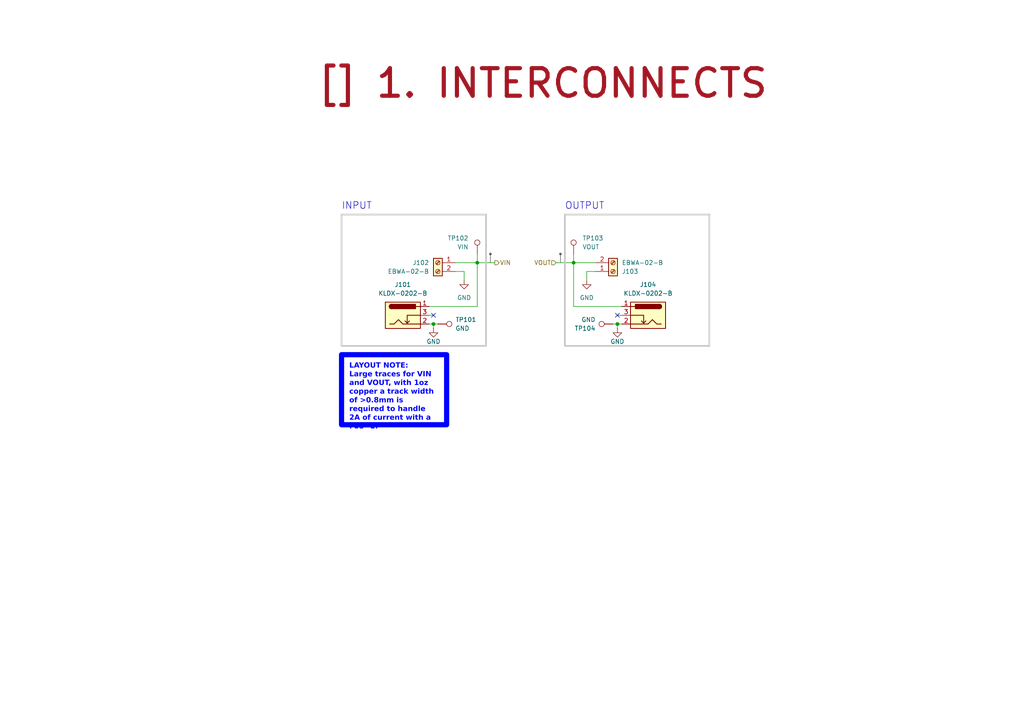
<source format=kicad_sch>
(kicad_sch (version 20250114) (generator "eeschema") (generator_version "9.0")
  (paper "A4")
  (title_block (title "1. INTERCONNECTS") (date "2025-01-12") (rev "${REVISION}") (company "${COMPANY}"))
  (lib_symbols
    (symbol "Connector:Barrel_Jack_Switch" (pin_names (hide yes))
      (property "Reference" "J" (at 0 5.334 0))
      (property "Value" "Barrel_Jack_Switch" (at 0 -5.08 0))
      (symbol "Barrel_Jack_Switch_0_1"
        (rectangle (start -5.08 3.81) (end 5.08 -3.81) (stroke (width 0.254)) (fill (type background)))
        (polyline (pts (xy -3.81 -2.54) (xy -2.54 -2.54) (xy -1.27 -1.27) (xy 0 -2.54) (xy 2.54 -2.54) (xy 5.08 -2.54)) (stroke (width 0.254)))
        (arc (start -3.302 1.905) (mid -3.9343 2.54) (end -3.302 3.175) (stroke (width 0.254)))
        (arc (start -3.302 1.905) (mid -3.9343 2.54) (end -3.302 3.175) (stroke (width 0.254)) (fill (type outline)))
        (polyline (pts (xy 1.27 -2.286) (xy 1.905 -1.651)) (stroke (width 0.254)))
        (rectangle (start 3.683 3.175) (end -3.302 1.905) (stroke (width 0.254)) (fill (type outline)))
        (polyline (pts (xy 5.08 2.54) (xy 3.81 2.54)) (stroke (width 0.254)))
        (polyline (pts (xy 5.08 0) (xy 1.27 0) (xy 1.27 -2.286) (xy 0.635 -1.651)) (stroke (width 0.254)))
      )
      (symbol "Barrel_Jack_Switch_1_1"
        (pin passive line (at 7.62 2.54 180) (length 2.54) (name "~") (number "1"))
        (pin passive line (at 7.62 0 180) (length 2.54) (name "~") (number "3"))
        (pin passive line (at 7.62 -2.54 180) (length 2.54) (name "~") (number "2"))
      )
    )
    (symbol "Connector:Screw_Terminal_01x02" (pin_names (offset 1.016) (hide yes))
      (property "Reference" "J" (at 0 2.54 0))
      (property "Value" "Screw_Terminal_01x02" (at 0 -5.08 0))
      (symbol "Screw_Terminal_01x02_1_1"
        (rectangle (start -1.27 1.27) (end 1.27 -3.81) (stroke (width 0.254)) (fill (type background)))
        (polyline (pts (xy -0.5334 0.3302) (xy 0.3302 -0.508)) (stroke (width 0.1524)))
        (polyline (pts (xy -0.5334 -2.2098) (xy 0.3302 -3.048)) (stroke (width 0.1524)))
        (polyline (pts (xy -0.3556 0.508) (xy 0.508 -0.3302)) (stroke (width 0.1524)))
        (polyline (pts (xy -0.3556 -2.032) (xy 0.508 -2.8702)) (stroke (width 0.1524)))
        (circle (center 0 0) (radius 0.635) (stroke (width 0.1524)))
        (circle (center 0 -2.54) (radius 0.635) (stroke (width 0.1524)))
        (pin passive line (at -5.08 0 0) (length 3.81) (name "Pin_1") (number "1"))
        (pin passive line (at -5.08 -2.54 0) (length 3.81) (name "Pin_2") (number "2"))
      )
    )
    (symbol "Connector:TestPoint" (pin_numbers (hide yes)) (pin_names (offset 0.762) (hide yes))
      (property "Reference" "TP" (at 0 6.858 0))
      (property "Value" "TestPoint" (at 0 5.08 0))
      (symbol "TestPoint_0_1"
        (circle (center 0 3.302) (radius 0.762))
      )
      (symbol "TestPoint_1_1"
        (pin passive line (at 0 0 90) (length 2.54) (name "1") (number "1"))
      )
    )
    (symbol "power:GND" (power) (pin_numbers (hide yes)) (pin_names (offset 0) (hide yes))
      (property "Value" "GND" (at 0 -3.81 0))
      (symbol "GND_0_1"
        (polyline (pts (xy 0 0) (xy 0 -1.27) (xy 1.27 -1.27) (xy 0 -2.54) (xy -1.27 -1.27) (xy 0 -1.27)))
      )
      (symbol "GND_1_1"
        (pin power_in line (at 0 0 270) (length 0) (name "~") (number "1"))
      )
    )
  )
  (rectangle (start 163.83 62.23) (end 205.74 100.33) (stroke (width 0.5) (color 200 200 200 1)))
  (rectangle (start 99.06 62.23) (end 140.97 100.33) (stroke (width 0.5) (color 200 200 200 1)))
  (text "INPUT" (at 99.06 60.96 0) (effects (font (size 2 2)) (justify left bottom)))
  (text "OUTPUT" (at 163.83 60.96 0) (effects (font (size 2 2)) (justify left bottom)))
  (text_box "LAYOUT NOTE:\nLarge traces for VIN and VOUT, with 1oz copper a track width of >0.8mm is required to handle 2A of current with a FoS=2." (at 99.06 102.87 0) (size 30.48 20.32) (margins 2.25 2.25 2.25 2.25) (stroke (width 1.5) (color 0 0 255 1)) (effects (font (size 1.5 1.5) (thickness 0.4) (bold yes)) (justify left top)))
  (text_box "[${#}] ${TITLE}" (at 76.2 17.78 0) (size 162.56 12.7) (margins 5.9999 5.9999 5.9999 5.9999) (stroke (width -0.0001)) (effects (font (size 8 8) (thickness 1.2) (bold yes))))
  (junction (at 125.73 93.98))
  (junction (at 138.43 76.2))
  (junction (at 179.07 93.98))
  (junction (at 166.37 76.2))
  (no_connect (at 125.73 91.44))
  (no_connect (at 179.07 91.44))
  (wire (pts (xy 138.43 73.66) (xy 138.43 76.2)))
  (wire (pts (xy 166.37 76.2) (xy 172.72 76.2)))
  (wire (pts (xy 172.72 78.74) (xy 170.18 78.74)))
  (wire (pts (xy 166.37 76.2) (xy 161.29 76.2)))
  (wire (pts (xy 132.08 76.2) (xy 138.43 76.2)))
  (wire (pts (xy 138.43 76.2) (xy 138.43 88.9)))
  (wire (pts (xy 124.46 91.44) (xy 125.73 91.44)))
  (wire (pts (xy 125.73 93.98) (xy 127 93.98)))
  (wire (pts (xy 166.37 76.2) (xy 166.37 88.9)))
  (wire (pts (xy 180.34 91.44) (xy 179.07 91.44)))
  (wire (pts (xy 180.34 88.9) (xy 166.37 88.9)))
  (wire (pts (xy 124.46 93.98) (xy 125.73 93.98)))
  (wire (pts (xy 170.18 78.74) (xy 170.18 81.28)))
  (wire (pts (xy 177.8 93.98) (xy 179.07 93.98)))
  (wire (pts (xy 134.62 78.74) (xy 134.62 81.28)))
  (wire (pts (xy 138.43 76.2) (xy 143.51 76.2)))
  (wire (pts (xy 125.73 93.98) (xy 125.73 95.25)))
  (wire (pts (xy 124.46 88.9) (xy 138.43 88.9)))
  (wire (pts (xy 166.37 73.66) (xy 166.37 76.2)))
  (wire (pts (xy 179.07 93.98) (xy 179.07 95.25)))
  (wire (pts (xy 132.08 78.74) (xy 134.62 78.74)))
  (wire (pts (xy 180.34 93.98) (xy 179.07 93.98)))
  (hierarchical_label "VIN" (shape output) (at 143.51 76.2 0))
  (hierarchical_label "VOUT" (shape input) (at 161.29 76.2 180))
  (netclass_flag "" (length 2.54) (shape dot) (at 142.24 76.2 0) (property "Netclass" "Power VIN" (effects (hide yes))))
  (netclass_flag "" (length 2.54) (shape dot) (at 162.56 76.2 0) (property "Netclass" "Power VOUT" (effects (hide yes))))
  (symbol (lib_id "Connector:TestPoint") (at 177.8 93.98 90) (unit 1) (in_bom no)
    (property "Reference" "TP104" (at 172.72 95.2501 90) (effects (justify left)))
    (property "Value" "GND" (at 172.72 92.7101 90) (effects (justify left)))
    (property "Footprint" "RD-Testpoints:TestPoint_THTPad_1.5x1.5mm_Drill0.7mm" (effects (hide yes)))
    (property "Description" "test point" (effects (hide yes)))
  )
  (symbol (lib_id "Connector:Screw_Terminal_01x02") (at 127 76.2 0) (mirror y) (unit 1)
    (property "Reference" "J102" (at 124.46 76.1999 0) (effects (justify left)))
    (property "Value" "EBWA-02-B" (at 124.46 78.7399 0) (effects (justify left)))
    (property "Footprint" "TerminalBlock_Phoenix:TerminalBlock_Phoenix_MKDS-1-2-3.81_1x02_P3.81mm_Horizontal" (effects (hide yes)))
    (property "Datasheet" "https://app.adam-tech.com/products/download/data_sheet/204240/ebwa-xx-b-data-sheet.pdf" (effects (hide yes)))
    (property "Description" "EURO BLOCK 2P" (effects (hide yes)))
    (property "Manufacturer" "Adam Tech" (effects (hide yes)))
    (property "MPN" "EBWA-02-B" (effects (hide yes)))
  )
  (symbol (lib_id "Connector:Barrel_Jack_Switch") (at 116.84 91.44 0) (unit 1)
    (property "Reference" "J101" (at 116.84 82.55 0))
    (property "Value" "KLDX-0202-B" (at 116.84 85.09 0))
    (property "Footprint" "Connector_BarrelJack:BarrelJack_Kycon_KLDX-0202-xC_Horizontal" (effects (hide yes)))
    (property "Datasheet" "https://www.kycon.com/Catalog_PDF/KLDX_0202.pdf" (effects (hide yes)))
    (property "Description" "CONN PWR JACK 2.5X5.5MM SOLDER" (effects (hide yes)))
    (property "Manufacturer" "Kycon Inc" (effects (hide yes)))
    (property "MPN" "KLDX-0202-B" (effects (hide yes)))
  )
  (symbol (lib_id "Connector:TestPoint") (at 138.43 73.66 0) (mirror y) (unit 1) (in_bom no)
    (property "Reference" "TP102" (at 135.89 69.0879 0) (effects (justify left)))
    (property "Value" "VIN" (at 135.89 71.6279 0) (effects (justify left)))
    (property "Footprint" "RD-Testpoints:TestPoint_Pad_D1.5mm" (effects (hide yes)))
    (property "Description" "test point" (effects (hide yes)))
  )
  (symbol (lib_id "Connector:Screw_Terminal_01x02") (at 177.8 78.74 0) (mirror x) (unit 1)
    (property "Reference" "J103" (at 180.34 78.7401 0) (effects (justify left)))
    (property "Value" "EBWA-02-B" (at 180.34 76.2001 0) (effects (justify left)))
    (property "Footprint" "TerminalBlock_Phoenix:TerminalBlock_Phoenix_MKDS-1-2-3.81_1x02_P3.81mm_Horizontal" (effects (hide yes)))
    (property "Datasheet" "https://app.adam-tech.com/products/download/data_sheet/204240/ebwa-xx-b-data-sheet.pdf" (effects (hide yes)))
    (property "Description" "EURO BLOCK 2P" (effects (hide yes)))
    (property "Manufacturer" "Adam Tech" (effects (hide yes)))
  )
  (symbol (lib_id "power:GND") (at 170.18 81.28 0) (mirror y) (unit 1)
    (property "Reference" "#PWR0103" (effects (hide yes)))
    (property "Value" "GND" (at 170.18 86.36 0))
    (property "Description" "Power symbol creates a global label with name \"GND\" , ground" (effects (hide yes)))
  )
  (symbol (lib_id "power:GND") (at 125.73 95.25 0) (unit 1)
    (property "Reference" "#PWR0101" (effects (hide yes)))
    (property "Value" "GND" (at 125.73 99.06 0))
    (property "Description" "Power symbol creates a global label with name \"GND\" , ground" (effects (hide yes)))
  )
  (symbol (lib_id "Connector:TestPoint") (at 127 93.98 270) (unit 1) (in_bom no)
    (property "Reference" "TP101" (at 132.08 92.7099 90) (effects (justify left)))
    (property "Value" "GND" (at 132.08 95.2499 90) (effects (justify left)))
    (property "Footprint" "RD-Testpoints:TestPoint_THTPad_1.5x1.5mm_Drill0.7mm" (effects (hide yes)))
    (property "Description" "test point" (effects (hide yes)))
  )
  (symbol (lib_id "Connector:Barrel_Jack_Switch") (at 187.96 91.44 0) (mirror y) (unit 1)
    (property "Reference" "J104" (at 187.96 82.55 0))
    (property "Value" "KLDX-0202-B" (at 187.96 85.09 0))
    (property "Footprint" "Connector_BarrelJack:BarrelJack_Kycon_KLDX-0202-xC_Horizontal" (effects (hide yes)))
    (property "Datasheet" "https://www.kycon.com/Catalog_PDF/KLDX_0202.pdf" (effects (hide yes)))
    (property "Description" "CONN PWR JACK 2.5X5.5MM SOLDER" (effects (hide yes)))
    (property "Manufacturer" "Kycon Inc" (effects (hide yes)))
  )
  (symbol (lib_id "Connector:TestPoint") (at 166.37 73.66 0) (unit 1) (in_bom no)
    (property "Reference" "TP103" (at 168.91 69.0879 0) (effects (justify left)))
    (property "Value" "VOUT" (at 168.91 71.6279 0) (effects (justify left)))
    (property "Footprint" "RD-Testpoints:TestPoint_Pad_D1.5mm" (effects (hide yes)))
    (property "Description" "test point" (effects (hide yes)))
  )
  (symbol (lib_id "power:GND") (at 179.07 95.25 0) (mirror y) (unit 1)
    (property "Reference" "#PWR0104" (effects (hide yes)))
    (property "Value" "GND" (at 179.07 99.06 0))
    (property "Description" "Power symbol creates a global label with name \"GND\" , ground" (effects (hide yes)))
  )
  (symbol (lib_id "power:GND") (at 134.62 81.28 0) (unit 1)
    (property "Reference" "#PWR0102" (effects (hide yes)))
    (property "Value" "GND" (at 134.62 86.36 0))
    (property "Description" "Power symbol creates a global label with name \"GND\" , ground" (effects (hide yes)))
  )
)
</source>
